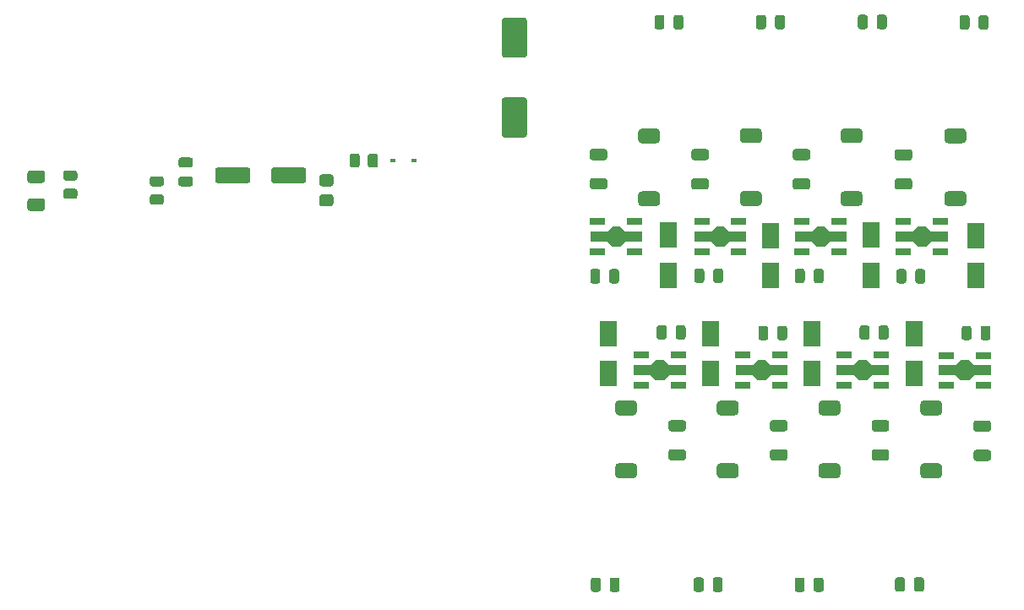
<source format=gtp>
G04 #@! TF.GenerationSoftware,KiCad,Pcbnew,5.1.12-84ad8e8a86~92~ubuntu20.04.1*
G04 #@! TF.CreationDate,2021-11-07T22:28:23+01:00*
G04 #@! TF.ProjectId,CC dimmer low voltage,43432064-696d-46d6-9572-206c6f772076,0.80*
G04 #@! TF.SameCoordinates,Original*
G04 #@! TF.FileFunction,Paste,Top*
G04 #@! TF.FilePolarity,Positive*
%FSLAX46Y46*%
G04 Gerber Fmt 4.6, Leading zero omitted, Abs format (unit mm)*
G04 Created by KiCad (PCBNEW 5.1.12-84ad8e8a86~92~ubuntu20.04.1) date 2021-11-07 22:28:23*
%MOMM*%
%LPD*%
G01*
G04 APERTURE LIST*
%ADD10R,1.800000X2.500000*%
%ADD11R,0.600000X0.450000*%
%ADD12C,0.150000*%
%ADD13R,1.500000X0.700000*%
G04 APERTURE END LIST*
G36*
G01*
X162882000Y-80010000D02*
X162882000Y-80960000D01*
G75*
G02*
X162632000Y-81210000I-250000J0D01*
G01*
X162132000Y-81210000D01*
G75*
G02*
X161882000Y-80960000I0J250000D01*
G01*
X161882000Y-80010000D01*
G75*
G02*
X162132000Y-79760000I250000J0D01*
G01*
X162632000Y-79760000D01*
G75*
G02*
X162882000Y-80010000I0J-250000D01*
G01*
G37*
G36*
G01*
X164782000Y-80010000D02*
X164782000Y-80960000D01*
G75*
G02*
X164532000Y-81210000I-250000J0D01*
G01*
X164032000Y-81210000D01*
G75*
G02*
X163782000Y-80960000I0J250000D01*
G01*
X163782000Y-80010000D01*
G75*
G02*
X164032000Y-79760000I250000J0D01*
G01*
X164532000Y-79760000D01*
G75*
G02*
X164782000Y-80010000I0J-250000D01*
G01*
G37*
G36*
G01*
X168322000Y-55490000D02*
X168322000Y-54540000D01*
G75*
G02*
X168572000Y-54290000I250000J0D01*
G01*
X169072000Y-54290000D01*
G75*
G02*
X169322000Y-54540000I0J-250000D01*
G01*
X169322000Y-55490000D01*
G75*
G02*
X169072000Y-55740000I-250000J0D01*
G01*
X168572000Y-55740000D01*
G75*
G02*
X168322000Y-55490000I0J250000D01*
G01*
G37*
G36*
G01*
X170222000Y-55490000D02*
X170222000Y-54540000D01*
G75*
G02*
X170472000Y-54290000I250000J0D01*
G01*
X170972000Y-54290000D01*
G75*
G02*
X171222000Y-54540000I0J-250000D01*
G01*
X171222000Y-55490000D01*
G75*
G02*
X170972000Y-55740000I-250000J0D01*
G01*
X170472000Y-55740000D01*
G75*
G02*
X170222000Y-55490000I0J250000D01*
G01*
G37*
G36*
G01*
X175212000Y-79960000D02*
X175212000Y-80910000D01*
G75*
G02*
X174962000Y-81160000I-250000J0D01*
G01*
X174462000Y-81160000D01*
G75*
G02*
X174212000Y-80910000I0J250000D01*
G01*
X174212000Y-79960000D01*
G75*
G02*
X174462000Y-79710000I250000J0D01*
G01*
X174962000Y-79710000D01*
G75*
G02*
X175212000Y-79960000I0J-250000D01*
G01*
G37*
G36*
G01*
X173312000Y-79960000D02*
X173312000Y-80910000D01*
G75*
G02*
X173062000Y-81160000I-250000J0D01*
G01*
X172562000Y-81160000D01*
G75*
G02*
X172312000Y-80910000I0J250000D01*
G01*
X172312000Y-79960000D01*
G75*
G02*
X172562000Y-79710000I250000J0D01*
G01*
X173062000Y-79710000D01*
G75*
G02*
X173312000Y-79960000I0J-250000D01*
G01*
G37*
G36*
G01*
X178492000Y-55490000D02*
X178492000Y-54540000D01*
G75*
G02*
X178742000Y-54290000I250000J0D01*
G01*
X179242000Y-54290000D01*
G75*
G02*
X179492000Y-54540000I0J-250000D01*
G01*
X179492000Y-55490000D01*
G75*
G02*
X179242000Y-55740000I-250000J0D01*
G01*
X178742000Y-55740000D01*
G75*
G02*
X178492000Y-55490000I0J250000D01*
G01*
G37*
G36*
G01*
X180392000Y-55490000D02*
X180392000Y-54540000D01*
G75*
G02*
X180642000Y-54290000I250000J0D01*
G01*
X181142000Y-54290000D01*
G75*
G02*
X181392000Y-54540000I0J-250000D01*
G01*
X181392000Y-55490000D01*
G75*
G02*
X181142000Y-55740000I-250000J0D01*
G01*
X180642000Y-55740000D01*
G75*
G02*
X180392000Y-55490000I0J250000D01*
G01*
G37*
G36*
G01*
X185282000Y-79980000D02*
X185282000Y-80930000D01*
G75*
G02*
X185032000Y-81180000I-250000J0D01*
G01*
X184532000Y-81180000D01*
G75*
G02*
X184282000Y-80930000I0J250000D01*
G01*
X184282000Y-79980000D01*
G75*
G02*
X184532000Y-79730000I250000J0D01*
G01*
X185032000Y-79730000D01*
G75*
G02*
X185282000Y-79980000I0J-250000D01*
G01*
G37*
G36*
G01*
X183382000Y-79980000D02*
X183382000Y-80930000D01*
G75*
G02*
X183132000Y-81180000I-250000J0D01*
G01*
X182632000Y-81180000D01*
G75*
G02*
X182382000Y-80930000I0J250000D01*
G01*
X182382000Y-79980000D01*
G75*
G02*
X182632000Y-79730000I250000J0D01*
G01*
X183132000Y-79730000D01*
G75*
G02*
X183382000Y-79980000I0J-250000D01*
G01*
G37*
G36*
G01*
X190592000Y-55470000D02*
X190592000Y-54520000D01*
G75*
G02*
X190842000Y-54270000I250000J0D01*
G01*
X191342000Y-54270000D01*
G75*
G02*
X191592000Y-54520000I0J-250000D01*
G01*
X191592000Y-55470000D01*
G75*
G02*
X191342000Y-55720000I-250000J0D01*
G01*
X190842000Y-55720000D01*
G75*
G02*
X190592000Y-55470000I0J250000D01*
G01*
G37*
G36*
G01*
X188692000Y-55470000D02*
X188692000Y-54520000D01*
G75*
G02*
X188942000Y-54270000I250000J0D01*
G01*
X189442000Y-54270000D01*
G75*
G02*
X189692000Y-54520000I0J-250000D01*
G01*
X189692000Y-55470000D01*
G75*
G02*
X189442000Y-55720000I-250000J0D01*
G01*
X188942000Y-55720000D01*
G75*
G02*
X188692000Y-55470000I0J250000D01*
G01*
G37*
G36*
G01*
X193562000Y-80010000D02*
X193562000Y-80960000D01*
G75*
G02*
X193312000Y-81210000I-250000J0D01*
G01*
X192812000Y-81210000D01*
G75*
G02*
X192562000Y-80960000I0J250000D01*
G01*
X192562000Y-80010000D01*
G75*
G02*
X192812000Y-79760000I250000J0D01*
G01*
X193312000Y-79760000D01*
G75*
G02*
X193562000Y-80010000I0J-250000D01*
G01*
G37*
G36*
G01*
X195462000Y-80010000D02*
X195462000Y-80960000D01*
G75*
G02*
X195212000Y-81210000I-250000J0D01*
G01*
X194712000Y-81210000D01*
G75*
G02*
X194462000Y-80960000I0J250000D01*
G01*
X194462000Y-80010000D01*
G75*
G02*
X194712000Y-79760000I250000J0D01*
G01*
X195212000Y-79760000D01*
G75*
G02*
X195462000Y-80010000I0J-250000D01*
G01*
G37*
G36*
G01*
X198892000Y-55520000D02*
X198892000Y-54570000D01*
G75*
G02*
X199142000Y-54320000I250000J0D01*
G01*
X199642000Y-54320000D01*
G75*
G02*
X199892000Y-54570000I0J-250000D01*
G01*
X199892000Y-55520000D01*
G75*
G02*
X199642000Y-55770000I-250000J0D01*
G01*
X199142000Y-55770000D01*
G75*
G02*
X198892000Y-55520000I0J250000D01*
G01*
G37*
G36*
G01*
X200792000Y-55520000D02*
X200792000Y-54570000D01*
G75*
G02*
X201042000Y-54320000I250000J0D01*
G01*
X201542000Y-54320000D01*
G75*
G02*
X201792000Y-54570000I0J-250000D01*
G01*
X201792000Y-55520000D01*
G75*
G02*
X201542000Y-55770000I-250000J0D01*
G01*
X201042000Y-55770000D01*
G75*
G02*
X200792000Y-55520000I0J250000D01*
G01*
G37*
G36*
G01*
X155282000Y-66575000D02*
X153282000Y-66575000D01*
G75*
G02*
X153032000Y-66325000I0J250000D01*
G01*
X153032000Y-62825000D01*
G75*
G02*
X153282000Y-62575000I250000J0D01*
G01*
X155282000Y-62575000D01*
G75*
G02*
X155532000Y-62825000I0J-250000D01*
G01*
X155532000Y-66325000D01*
G75*
G02*
X155282000Y-66575000I-250000J0D01*
G01*
G37*
G36*
G01*
X155282000Y-58575000D02*
X153282000Y-58575000D01*
G75*
G02*
X153032000Y-58325000I0J250000D01*
G01*
X153032000Y-54825000D01*
G75*
G02*
X153282000Y-54575000I250000J0D01*
G01*
X155282000Y-54575000D01*
G75*
G02*
X155532000Y-54825000I0J-250000D01*
G01*
X155532000Y-58325000D01*
G75*
G02*
X155282000Y-58575000I-250000J0D01*
G01*
G37*
G36*
G01*
X133407200Y-69811800D02*
X133407200Y-70911800D01*
G75*
G02*
X133157200Y-71161800I-250000J0D01*
G01*
X130157200Y-71161800D01*
G75*
G02*
X129907200Y-70911800I0J250000D01*
G01*
X129907200Y-69811800D01*
G75*
G02*
X130157200Y-69561800I250000J0D01*
G01*
X133157200Y-69561800D01*
G75*
G02*
X133407200Y-69811800I0J-250000D01*
G01*
G37*
G36*
G01*
X127807200Y-69811800D02*
X127807200Y-70911800D01*
G75*
G02*
X127557200Y-71161800I-250000J0D01*
G01*
X124557200Y-71161800D01*
G75*
G02*
X124307200Y-70911800I0J250000D01*
G01*
X124307200Y-69811800D01*
G75*
G02*
X124557200Y-69561800I250000J0D01*
G01*
X127557200Y-69561800D01*
G75*
G02*
X127807200Y-69811800I0J-250000D01*
G01*
G37*
G36*
G01*
X121813800Y-71481600D02*
X120863800Y-71481600D01*
G75*
G02*
X120613800Y-71231600I0J250000D01*
G01*
X120613800Y-70731600D01*
G75*
G02*
X120863800Y-70481600I250000J0D01*
G01*
X121813800Y-70481600D01*
G75*
G02*
X122063800Y-70731600I0J-250000D01*
G01*
X122063800Y-71231600D01*
G75*
G02*
X121813800Y-71481600I-250000J0D01*
G01*
G37*
G36*
G01*
X121813800Y-69581600D02*
X120863800Y-69581600D01*
G75*
G02*
X120613800Y-69331600I0J250000D01*
G01*
X120613800Y-68831600D01*
G75*
G02*
X120863800Y-68581600I250000J0D01*
G01*
X121813800Y-68581600D01*
G75*
G02*
X122063800Y-68831600I0J-250000D01*
G01*
X122063800Y-69331600D01*
G75*
G02*
X121813800Y-69581600I-250000J0D01*
G01*
G37*
D10*
X169682000Y-80365000D03*
X169682000Y-76365000D03*
X179952000Y-80385000D03*
X179952000Y-76385000D03*
X190022000Y-80375000D03*
X190022000Y-76375000D03*
X200492000Y-76405000D03*
X200492000Y-80405000D03*
D11*
X144207400Y-68888600D03*
X142107400Y-68888600D03*
G36*
G01*
X106977800Y-73936200D02*
X105727800Y-73936200D01*
G75*
G02*
X105477800Y-73686200I0J250000D01*
G01*
X105477800Y-72936200D01*
G75*
G02*
X105727800Y-72686200I250000J0D01*
G01*
X106977800Y-72686200D01*
G75*
G02*
X107227800Y-72936200I0J-250000D01*
G01*
X107227800Y-73686200D01*
G75*
G02*
X106977800Y-73936200I-250000J0D01*
G01*
G37*
G36*
G01*
X106977800Y-71136200D02*
X105727800Y-71136200D01*
G75*
G02*
X105477800Y-70886200I0J250000D01*
G01*
X105477800Y-70136200D01*
G75*
G02*
X105727800Y-69886200I250000J0D01*
G01*
X106977800Y-69886200D01*
G75*
G02*
X107227800Y-70136200I0J-250000D01*
G01*
X107227800Y-70886200D01*
G75*
G02*
X106977800Y-71136200I-250000J0D01*
G01*
G37*
G36*
G01*
X134985799Y-70276400D02*
X135885801Y-70276400D01*
G75*
G02*
X136135800Y-70526399I0J-249999D01*
G01*
X136135800Y-71226401D01*
G75*
G02*
X135885801Y-71476400I-249999J0D01*
G01*
X134985799Y-71476400D01*
G75*
G02*
X134735800Y-71226401I0J249999D01*
G01*
X134735800Y-70526399D01*
G75*
G02*
X134985799Y-70276400I249999J0D01*
G01*
G37*
G36*
G01*
X134985799Y-72276400D02*
X135885801Y-72276400D01*
G75*
G02*
X136135800Y-72526399I0J-249999D01*
G01*
X136135800Y-73226401D01*
G75*
G02*
X135885801Y-73476400I-249999J0D01*
G01*
X134985799Y-73476400D01*
G75*
G02*
X134735800Y-73226401I0J249999D01*
G01*
X134735800Y-72526399D01*
G75*
G02*
X134985799Y-72276400I249999J0D01*
G01*
G37*
G36*
G01*
X162086997Y-67720000D02*
X163337003Y-67720000D01*
G75*
G02*
X163587000Y-67969997I0J-249997D01*
G01*
X163587000Y-68595003D01*
G75*
G02*
X163337003Y-68845000I-249997J0D01*
G01*
X162086997Y-68845000D01*
G75*
G02*
X161837000Y-68595003I0J249997D01*
G01*
X161837000Y-67969997D01*
G75*
G02*
X162086997Y-67720000I249997J0D01*
G01*
G37*
G36*
G01*
X162086997Y-70645000D02*
X163337003Y-70645000D01*
G75*
G02*
X163587000Y-70894997I0J-249997D01*
G01*
X163587000Y-71520003D01*
G75*
G02*
X163337003Y-71770000I-249997J0D01*
G01*
X162086997Y-71770000D01*
G75*
G02*
X161837000Y-71520003I0J249997D01*
G01*
X161837000Y-70894997D01*
G75*
G02*
X162086997Y-70645000I249997J0D01*
G01*
G37*
G36*
G01*
X172256997Y-70655000D02*
X173507003Y-70655000D01*
G75*
G02*
X173757000Y-70904997I0J-249997D01*
G01*
X173757000Y-71530003D01*
G75*
G02*
X173507003Y-71780000I-249997J0D01*
G01*
X172256997Y-71780000D01*
G75*
G02*
X172007000Y-71530003I0J249997D01*
G01*
X172007000Y-70904997D01*
G75*
G02*
X172256997Y-70655000I249997J0D01*
G01*
G37*
G36*
G01*
X172256997Y-67730000D02*
X173507003Y-67730000D01*
G75*
G02*
X173757000Y-67979997I0J-249997D01*
G01*
X173757000Y-68605003D01*
G75*
G02*
X173507003Y-68855000I-249997J0D01*
G01*
X172256997Y-68855000D01*
G75*
G02*
X172007000Y-68605003I0J249997D01*
G01*
X172007000Y-67979997D01*
G75*
G02*
X172256997Y-67730000I249997J0D01*
G01*
G37*
G36*
G01*
X182416997Y-70655000D02*
X183667003Y-70655000D01*
G75*
G02*
X183917000Y-70904997I0J-249997D01*
G01*
X183917000Y-71530003D01*
G75*
G02*
X183667003Y-71780000I-249997J0D01*
G01*
X182416997Y-71780000D01*
G75*
G02*
X182167000Y-71530003I0J249997D01*
G01*
X182167000Y-70904997D01*
G75*
G02*
X182416997Y-70655000I249997J0D01*
G01*
G37*
G36*
G01*
X182416997Y-67730000D02*
X183667003Y-67730000D01*
G75*
G02*
X183917000Y-67979997I0J-249997D01*
G01*
X183917000Y-68605003D01*
G75*
G02*
X183667003Y-68855000I-249997J0D01*
G01*
X182416997Y-68855000D01*
G75*
G02*
X182167000Y-68605003I0J249997D01*
G01*
X182167000Y-67979997D01*
G75*
G02*
X182416997Y-67730000I249997J0D01*
G01*
G37*
G36*
G01*
X192646997Y-67750000D02*
X193897003Y-67750000D01*
G75*
G02*
X194147000Y-67999997I0J-249997D01*
G01*
X194147000Y-68625003D01*
G75*
G02*
X193897003Y-68875000I-249997J0D01*
G01*
X192646997Y-68875000D01*
G75*
G02*
X192397000Y-68625003I0J249997D01*
G01*
X192397000Y-67999997D01*
G75*
G02*
X192646997Y-67750000I249997J0D01*
G01*
G37*
G36*
G01*
X192646997Y-70675000D02*
X193897003Y-70675000D01*
G75*
G02*
X194147000Y-70924997I0J-249997D01*
G01*
X194147000Y-71550003D01*
G75*
G02*
X193897003Y-71800000I-249997J0D01*
G01*
X192646997Y-71800000D01*
G75*
G02*
X192397000Y-71550003I0J249997D01*
G01*
X192397000Y-70924997D01*
G75*
G02*
X192646997Y-70675000I249997J0D01*
G01*
G37*
G36*
G01*
X117993198Y-70460800D02*
X118893202Y-70460800D01*
G75*
G02*
X119143200Y-70710798I0J-249998D01*
G01*
X119143200Y-71235802D01*
G75*
G02*
X118893202Y-71485800I-249998J0D01*
G01*
X117993198Y-71485800D01*
G75*
G02*
X117743200Y-71235802I0J249998D01*
G01*
X117743200Y-70710798D01*
G75*
G02*
X117993198Y-70460800I249998J0D01*
G01*
G37*
G36*
G01*
X117993198Y-72285800D02*
X118893202Y-72285800D01*
G75*
G02*
X119143200Y-72535798I0J-249998D01*
G01*
X119143200Y-73060802D01*
G75*
G02*
X118893202Y-73310800I-249998J0D01*
G01*
X117993198Y-73310800D01*
G75*
G02*
X117743200Y-73060802I0J249998D01*
G01*
X117743200Y-72535798D01*
G75*
G02*
X117993198Y-72285800I249998J0D01*
G01*
G37*
G36*
G01*
X138795000Y-68438598D02*
X138795000Y-69338602D01*
G75*
G02*
X138545002Y-69588600I-249998J0D01*
G01*
X138019998Y-69588600D01*
G75*
G02*
X137770000Y-69338602I0J249998D01*
G01*
X137770000Y-68438598D01*
G75*
G02*
X138019998Y-68188600I249998J0D01*
G01*
X138545002Y-68188600D01*
G75*
G02*
X138795000Y-68438598I0J-249998D01*
G01*
G37*
G36*
G01*
X140620000Y-68438598D02*
X140620000Y-69338602D01*
G75*
G02*
X140370002Y-69588600I-249998J0D01*
G01*
X139844998Y-69588600D01*
G75*
G02*
X139595000Y-69338602I0J249998D01*
G01*
X139595000Y-68438598D01*
G75*
G02*
X139844998Y-68188600I249998J0D01*
G01*
X140370002Y-68188600D01*
G75*
G02*
X140620000Y-68438598I0J-249998D01*
G01*
G37*
G36*
G01*
X110231802Y-72726600D02*
X109331798Y-72726600D01*
G75*
G02*
X109081800Y-72476602I0J249998D01*
G01*
X109081800Y-71951598D01*
G75*
G02*
X109331798Y-71701600I249998J0D01*
G01*
X110231802Y-71701600D01*
G75*
G02*
X110481800Y-71951598I0J-249998D01*
G01*
X110481800Y-72476602D01*
G75*
G02*
X110231802Y-72726600I-249998J0D01*
G01*
G37*
G36*
G01*
X110231802Y-70901600D02*
X109331798Y-70901600D01*
G75*
G02*
X109081800Y-70651602I0J249998D01*
G01*
X109081800Y-70126598D01*
G75*
G02*
X109331798Y-69876600I249998J0D01*
G01*
X110231802Y-69876600D01*
G75*
G02*
X110481800Y-70126598I0J-249998D01*
G01*
X110481800Y-70651602D01*
G75*
G02*
X110231802Y-70901600I-249998J0D01*
G01*
G37*
D12*
G36*
X163582000Y-77015000D02*
G01*
X161882000Y-77015000D01*
X161882000Y-76015000D01*
X163582000Y-76015000D01*
X164082000Y-75515000D01*
X164882000Y-75515000D01*
X165382000Y-76015000D01*
X167082000Y-76015000D01*
X167082000Y-77015000D01*
X165382000Y-77015000D01*
X164882000Y-77515000D01*
X164082000Y-77515000D01*
X163582000Y-77015000D01*
G37*
D13*
X166332000Y-75015000D03*
X166332000Y-78015000D03*
X162632000Y-75015000D03*
X162632000Y-78015000D03*
D12*
G36*
X174012000Y-77015000D02*
G01*
X172312000Y-77015000D01*
X172312000Y-76015000D01*
X174012000Y-76015000D01*
X174512000Y-75515000D01*
X175312000Y-75515000D01*
X175812000Y-76015000D01*
X177512000Y-76015000D01*
X177512000Y-77015000D01*
X175812000Y-77015000D01*
X175312000Y-77515000D01*
X174512000Y-77515000D01*
X174012000Y-77015000D01*
G37*
D13*
X176762000Y-75015000D03*
X176762000Y-78015000D03*
X173062000Y-75015000D03*
X173062000Y-78015000D03*
D12*
G36*
X184072000Y-77005000D02*
G01*
X182372000Y-77005000D01*
X182372000Y-76005000D01*
X184072000Y-76005000D01*
X184572000Y-75505000D01*
X185372000Y-75505000D01*
X185872000Y-76005000D01*
X187572000Y-76005000D01*
X187572000Y-77005000D01*
X185872000Y-77005000D01*
X185372000Y-77505000D01*
X184572000Y-77505000D01*
X184072000Y-77005000D01*
G37*
D13*
X186822000Y-75005000D03*
X186822000Y-78005000D03*
X183122000Y-75005000D03*
X183122000Y-78005000D03*
D12*
G36*
X194222000Y-77005000D02*
G01*
X192522000Y-77005000D01*
X192522000Y-76005000D01*
X194222000Y-76005000D01*
X194722000Y-75505000D01*
X195522000Y-75505000D01*
X196022000Y-76005000D01*
X197722000Y-76005000D01*
X197722000Y-77005000D01*
X196022000Y-77005000D01*
X195522000Y-77505000D01*
X194722000Y-77505000D01*
X194222000Y-77005000D01*
G37*
D13*
X196972000Y-75005000D03*
X196972000Y-78005000D03*
X193272000Y-75005000D03*
X193272000Y-78005000D03*
G36*
G01*
X168507000Y-73465000D02*
X167057000Y-73465000D01*
G75*
G02*
X166682000Y-73090000I0J375000D01*
G01*
X166682000Y-72340000D01*
G75*
G02*
X167057000Y-71965000I375000J0D01*
G01*
X168507000Y-71965000D01*
G75*
G02*
X168882000Y-72340000I0J-375000D01*
G01*
X168882000Y-73090000D01*
G75*
G02*
X168507000Y-73465000I-375000J0D01*
G01*
G37*
G36*
G01*
X168507000Y-67165000D02*
X167057000Y-67165000D01*
G75*
G02*
X166682000Y-66790000I0J375000D01*
G01*
X166682000Y-66040000D01*
G75*
G02*
X167057000Y-65665000I375000J0D01*
G01*
X168507000Y-65665000D01*
G75*
G02*
X168882000Y-66040000I0J-375000D01*
G01*
X168882000Y-66790000D01*
G75*
G02*
X168507000Y-67165000I-375000J0D01*
G01*
G37*
G36*
G01*
X178707000Y-73445000D02*
X177257000Y-73445000D01*
G75*
G02*
X176882000Y-73070000I0J375000D01*
G01*
X176882000Y-72320000D01*
G75*
G02*
X177257000Y-71945000I375000J0D01*
G01*
X178707000Y-71945000D01*
G75*
G02*
X179082000Y-72320000I0J-375000D01*
G01*
X179082000Y-73070000D01*
G75*
G02*
X178707000Y-73445000I-375000J0D01*
G01*
G37*
G36*
G01*
X178707000Y-67145000D02*
X177257000Y-67145000D01*
G75*
G02*
X176882000Y-66770000I0J375000D01*
G01*
X176882000Y-66020000D01*
G75*
G02*
X177257000Y-65645000I375000J0D01*
G01*
X178707000Y-65645000D01*
G75*
G02*
X179082000Y-66020000I0J-375000D01*
G01*
X179082000Y-66770000D01*
G75*
G02*
X178707000Y-67145000I-375000J0D01*
G01*
G37*
G36*
G01*
X188797000Y-67145000D02*
X187347000Y-67145000D01*
G75*
G02*
X186972000Y-66770000I0J375000D01*
G01*
X186972000Y-66020000D01*
G75*
G02*
X187347000Y-65645000I375000J0D01*
G01*
X188797000Y-65645000D01*
G75*
G02*
X189172000Y-66020000I0J-375000D01*
G01*
X189172000Y-66770000D01*
G75*
G02*
X188797000Y-67145000I-375000J0D01*
G01*
G37*
G36*
G01*
X188797000Y-73445000D02*
X187347000Y-73445000D01*
G75*
G02*
X186972000Y-73070000I0J375000D01*
G01*
X186972000Y-72320000D01*
G75*
G02*
X187347000Y-71945000I375000J0D01*
G01*
X188797000Y-71945000D01*
G75*
G02*
X189172000Y-72320000I0J-375000D01*
G01*
X189172000Y-73070000D01*
G75*
G02*
X188797000Y-73445000I-375000J0D01*
G01*
G37*
G36*
G01*
X199187000Y-73455000D02*
X197737000Y-73455000D01*
G75*
G02*
X197362000Y-73080000I0J375000D01*
G01*
X197362000Y-72330000D01*
G75*
G02*
X197737000Y-71955000I375000J0D01*
G01*
X199187000Y-71955000D01*
G75*
G02*
X199562000Y-72330000I0J-375000D01*
G01*
X199562000Y-73080000D01*
G75*
G02*
X199187000Y-73455000I-375000J0D01*
G01*
G37*
G36*
G01*
X199187000Y-67155000D02*
X197737000Y-67155000D01*
G75*
G02*
X197362000Y-66780000I0J375000D01*
G01*
X197362000Y-66030000D01*
G75*
G02*
X197737000Y-65655000I375000J0D01*
G01*
X199187000Y-65655000D01*
G75*
G02*
X199562000Y-66030000I0J-375000D01*
G01*
X199562000Y-66780000D01*
G75*
G02*
X199187000Y-67155000I-375000J0D01*
G01*
G37*
G36*
G01*
X199092000Y-86640000D02*
X199092000Y-85690000D01*
G75*
G02*
X199342000Y-85440000I250000J0D01*
G01*
X199842000Y-85440000D01*
G75*
G02*
X200092000Y-85690000I0J-250000D01*
G01*
X200092000Y-86640000D01*
G75*
G02*
X199842000Y-86890000I-250000J0D01*
G01*
X199342000Y-86890000D01*
G75*
G02*
X199092000Y-86640000I0J250000D01*
G01*
G37*
G36*
G01*
X200992000Y-86640000D02*
X200992000Y-85690000D01*
G75*
G02*
X201242000Y-85440000I250000J0D01*
G01*
X201742000Y-85440000D01*
G75*
G02*
X201992000Y-85690000I0J-250000D01*
G01*
X201992000Y-86640000D01*
G75*
G02*
X201742000Y-86890000I-250000J0D01*
G01*
X201242000Y-86890000D01*
G75*
G02*
X200992000Y-86640000I0J250000D01*
G01*
G37*
G36*
G01*
X193422000Y-110890000D02*
X193422000Y-111840000D01*
G75*
G02*
X193172000Y-112090000I-250000J0D01*
G01*
X192672000Y-112090000D01*
G75*
G02*
X192422000Y-111840000I0J250000D01*
G01*
X192422000Y-110890000D01*
G75*
G02*
X192672000Y-110640000I250000J0D01*
G01*
X193172000Y-110640000D01*
G75*
G02*
X193422000Y-110890000I0J-250000D01*
G01*
G37*
G36*
G01*
X195322000Y-110890000D02*
X195322000Y-111840000D01*
G75*
G02*
X195072000Y-112090000I-250000J0D01*
G01*
X194572000Y-112090000D01*
G75*
G02*
X194322000Y-111840000I0J250000D01*
G01*
X194322000Y-110890000D01*
G75*
G02*
X194572000Y-110640000I250000J0D01*
G01*
X195072000Y-110640000D01*
G75*
G02*
X195322000Y-110890000I0J-250000D01*
G01*
G37*
G36*
G01*
X188872000Y-86600000D02*
X188872000Y-85650000D01*
G75*
G02*
X189122000Y-85400000I250000J0D01*
G01*
X189622000Y-85400000D01*
G75*
G02*
X189872000Y-85650000I0J-250000D01*
G01*
X189872000Y-86600000D01*
G75*
G02*
X189622000Y-86850000I-250000J0D01*
G01*
X189122000Y-86850000D01*
G75*
G02*
X188872000Y-86600000I0J250000D01*
G01*
G37*
G36*
G01*
X190772000Y-86600000D02*
X190772000Y-85650000D01*
G75*
G02*
X191022000Y-85400000I250000J0D01*
G01*
X191522000Y-85400000D01*
G75*
G02*
X191772000Y-85650000I0J-250000D01*
G01*
X191772000Y-86600000D01*
G75*
G02*
X191522000Y-86850000I-250000J0D01*
G01*
X191022000Y-86850000D01*
G75*
G02*
X190772000Y-86600000I0J250000D01*
G01*
G37*
G36*
G01*
X183372000Y-110920000D02*
X183372000Y-111870000D01*
G75*
G02*
X183122000Y-112120000I-250000J0D01*
G01*
X182622000Y-112120000D01*
G75*
G02*
X182372000Y-111870000I0J250000D01*
G01*
X182372000Y-110920000D01*
G75*
G02*
X182622000Y-110670000I250000J0D01*
G01*
X183122000Y-110670000D01*
G75*
G02*
X183372000Y-110920000I0J-250000D01*
G01*
G37*
G36*
G01*
X185272000Y-110920000D02*
X185272000Y-111870000D01*
G75*
G02*
X185022000Y-112120000I-250000J0D01*
G01*
X184522000Y-112120000D01*
G75*
G02*
X184272000Y-111870000I0J250000D01*
G01*
X184272000Y-110920000D01*
G75*
G02*
X184522000Y-110670000I250000J0D01*
G01*
X185022000Y-110670000D01*
G75*
G02*
X185272000Y-110920000I0J-250000D01*
G01*
G37*
G36*
G01*
X178722000Y-86640000D02*
X178722000Y-85690000D01*
G75*
G02*
X178972000Y-85440000I250000J0D01*
G01*
X179472000Y-85440000D01*
G75*
G02*
X179722000Y-85690000I0J-250000D01*
G01*
X179722000Y-86640000D01*
G75*
G02*
X179472000Y-86890000I-250000J0D01*
G01*
X178972000Y-86890000D01*
G75*
G02*
X178722000Y-86640000I0J250000D01*
G01*
G37*
G36*
G01*
X180622000Y-86640000D02*
X180622000Y-85690000D01*
G75*
G02*
X180872000Y-85440000I250000J0D01*
G01*
X181372000Y-85440000D01*
G75*
G02*
X181622000Y-85690000I0J-250000D01*
G01*
X181622000Y-86640000D01*
G75*
G02*
X181372000Y-86890000I-250000J0D01*
G01*
X180872000Y-86890000D01*
G75*
G02*
X180622000Y-86640000I0J250000D01*
G01*
G37*
G36*
G01*
X173252000Y-110910000D02*
X173252000Y-111860000D01*
G75*
G02*
X173002000Y-112110000I-250000J0D01*
G01*
X172502000Y-112110000D01*
G75*
G02*
X172252000Y-111860000I0J250000D01*
G01*
X172252000Y-110910000D01*
G75*
G02*
X172502000Y-110660000I250000J0D01*
G01*
X173002000Y-110660000D01*
G75*
G02*
X173252000Y-110910000I0J-250000D01*
G01*
G37*
G36*
G01*
X175152000Y-110910000D02*
X175152000Y-111860000D01*
G75*
G02*
X174902000Y-112110000I-250000J0D01*
G01*
X174402000Y-112110000D01*
G75*
G02*
X174152000Y-111860000I0J250000D01*
G01*
X174152000Y-110910000D01*
G75*
G02*
X174402000Y-110660000I250000J0D01*
G01*
X174902000Y-110660000D01*
G75*
G02*
X175152000Y-110910000I0J-250000D01*
G01*
G37*
G36*
G01*
X168542000Y-86580000D02*
X168542000Y-85630000D01*
G75*
G02*
X168792000Y-85380000I250000J0D01*
G01*
X169292000Y-85380000D01*
G75*
G02*
X169542000Y-85630000I0J-250000D01*
G01*
X169542000Y-86580000D01*
G75*
G02*
X169292000Y-86830000I-250000J0D01*
G01*
X168792000Y-86830000D01*
G75*
G02*
X168542000Y-86580000I0J250000D01*
G01*
G37*
G36*
G01*
X170442000Y-86580000D02*
X170442000Y-85630000D01*
G75*
G02*
X170692000Y-85380000I250000J0D01*
G01*
X171192000Y-85380000D01*
G75*
G02*
X171442000Y-85630000I0J-250000D01*
G01*
X171442000Y-86580000D01*
G75*
G02*
X171192000Y-86830000I-250000J0D01*
G01*
X170692000Y-86830000D01*
G75*
G02*
X170442000Y-86580000I0J250000D01*
G01*
G37*
G36*
G01*
X162932000Y-110920000D02*
X162932000Y-111870000D01*
G75*
G02*
X162682000Y-112120000I-250000J0D01*
G01*
X162182000Y-112120000D01*
G75*
G02*
X161932000Y-111870000I0J250000D01*
G01*
X161932000Y-110920000D01*
G75*
G02*
X162182000Y-110670000I250000J0D01*
G01*
X162682000Y-110670000D01*
G75*
G02*
X162932000Y-110920000I0J-250000D01*
G01*
G37*
G36*
G01*
X164832000Y-110920000D02*
X164832000Y-111870000D01*
G75*
G02*
X164582000Y-112120000I-250000J0D01*
G01*
X164082000Y-112120000D01*
G75*
G02*
X163832000Y-111870000I0J250000D01*
G01*
X163832000Y-110920000D01*
G75*
G02*
X164082000Y-110670000I250000J0D01*
G01*
X164582000Y-110670000D01*
G75*
G02*
X164832000Y-110920000I0J-250000D01*
G01*
G37*
D10*
X194312000Y-90225000D03*
X194312000Y-86225000D03*
X184122000Y-90255000D03*
X184122000Y-86255000D03*
X173942000Y-86255000D03*
X173942000Y-90255000D03*
X163652000Y-86235000D03*
X163652000Y-90235000D03*
G36*
G01*
X195327000Y-92925000D02*
X196777000Y-92925000D01*
G75*
G02*
X197152000Y-93300000I0J-375000D01*
G01*
X197152000Y-94050000D01*
G75*
G02*
X196777000Y-94425000I-375000J0D01*
G01*
X195327000Y-94425000D01*
G75*
G02*
X194952000Y-94050000I0J375000D01*
G01*
X194952000Y-93300000D01*
G75*
G02*
X195327000Y-92925000I375000J0D01*
G01*
G37*
G36*
G01*
X195327000Y-99225000D02*
X196777000Y-99225000D01*
G75*
G02*
X197152000Y-99600000I0J-375000D01*
G01*
X197152000Y-100350000D01*
G75*
G02*
X196777000Y-100725000I-375000J0D01*
G01*
X195327000Y-100725000D01*
G75*
G02*
X194952000Y-100350000I0J375000D01*
G01*
X194952000Y-99600000D01*
G75*
G02*
X195327000Y-99225000I375000J0D01*
G01*
G37*
G36*
G01*
X185127000Y-99225000D02*
X186577000Y-99225000D01*
G75*
G02*
X186952000Y-99600000I0J-375000D01*
G01*
X186952000Y-100350000D01*
G75*
G02*
X186577000Y-100725000I-375000J0D01*
G01*
X185127000Y-100725000D01*
G75*
G02*
X184752000Y-100350000I0J375000D01*
G01*
X184752000Y-99600000D01*
G75*
G02*
X185127000Y-99225000I375000J0D01*
G01*
G37*
G36*
G01*
X185127000Y-92925000D02*
X186577000Y-92925000D01*
G75*
G02*
X186952000Y-93300000I0J-375000D01*
G01*
X186952000Y-94050000D01*
G75*
G02*
X186577000Y-94425000I-375000J0D01*
G01*
X185127000Y-94425000D01*
G75*
G02*
X184752000Y-94050000I0J375000D01*
G01*
X184752000Y-93300000D01*
G75*
G02*
X185127000Y-92925000I375000J0D01*
G01*
G37*
G36*
G01*
X174937000Y-92925000D02*
X176387000Y-92925000D01*
G75*
G02*
X176762000Y-93300000I0J-375000D01*
G01*
X176762000Y-94050000D01*
G75*
G02*
X176387000Y-94425000I-375000J0D01*
G01*
X174937000Y-94425000D01*
G75*
G02*
X174562000Y-94050000I0J375000D01*
G01*
X174562000Y-93300000D01*
G75*
G02*
X174937000Y-92925000I375000J0D01*
G01*
G37*
G36*
G01*
X174937000Y-99225000D02*
X176387000Y-99225000D01*
G75*
G02*
X176762000Y-99600000I0J-375000D01*
G01*
X176762000Y-100350000D01*
G75*
G02*
X176387000Y-100725000I-375000J0D01*
G01*
X174937000Y-100725000D01*
G75*
G02*
X174562000Y-100350000I0J375000D01*
G01*
X174562000Y-99600000D01*
G75*
G02*
X174937000Y-99225000I375000J0D01*
G01*
G37*
G36*
G01*
X164747000Y-99215000D02*
X166197000Y-99215000D01*
G75*
G02*
X166572000Y-99590000I0J-375000D01*
G01*
X166572000Y-100340000D01*
G75*
G02*
X166197000Y-100715000I-375000J0D01*
G01*
X164747000Y-100715000D01*
G75*
G02*
X164372000Y-100340000I0J375000D01*
G01*
X164372000Y-99590000D01*
G75*
G02*
X164747000Y-99215000I375000J0D01*
G01*
G37*
G36*
G01*
X164747000Y-92915000D02*
X166197000Y-92915000D01*
G75*
G02*
X166572000Y-93290000I0J-375000D01*
G01*
X166572000Y-94040000D01*
G75*
G02*
X166197000Y-94415000I-375000J0D01*
G01*
X164747000Y-94415000D01*
G75*
G02*
X164372000Y-94040000I0J375000D01*
G01*
X164372000Y-93290000D01*
G75*
G02*
X164747000Y-92915000I375000J0D01*
G01*
G37*
G36*
G01*
X201787001Y-98990000D02*
X200536999Y-98990000D01*
G75*
G02*
X200287000Y-98740001I0J249999D01*
G01*
X200287000Y-98114999D01*
G75*
G02*
X200536999Y-97865000I249999J0D01*
G01*
X201787001Y-97865000D01*
G75*
G02*
X202037000Y-98114999I0J-249999D01*
G01*
X202037000Y-98740001D01*
G75*
G02*
X201787001Y-98990000I-249999J0D01*
G01*
G37*
G36*
G01*
X201787001Y-96065000D02*
X200536999Y-96065000D01*
G75*
G02*
X200287000Y-95815001I0J249999D01*
G01*
X200287000Y-95189999D01*
G75*
G02*
X200536999Y-94940000I249999J0D01*
G01*
X201787001Y-94940000D01*
G75*
G02*
X202037000Y-95189999I0J-249999D01*
G01*
X202037000Y-95815001D01*
G75*
G02*
X201787001Y-96065000I-249999J0D01*
G01*
G37*
G36*
G01*
X191587001Y-96025000D02*
X190336999Y-96025000D01*
G75*
G02*
X190087000Y-95775001I0J249999D01*
G01*
X190087000Y-95149999D01*
G75*
G02*
X190336999Y-94900000I249999J0D01*
G01*
X191587001Y-94900000D01*
G75*
G02*
X191837000Y-95149999I0J-249999D01*
G01*
X191837000Y-95775001D01*
G75*
G02*
X191587001Y-96025000I-249999J0D01*
G01*
G37*
G36*
G01*
X191587001Y-98950000D02*
X190336999Y-98950000D01*
G75*
G02*
X190087000Y-98700001I0J249999D01*
G01*
X190087000Y-98074999D01*
G75*
G02*
X190336999Y-97825000I249999J0D01*
G01*
X191587001Y-97825000D01*
G75*
G02*
X191837000Y-98074999I0J-249999D01*
G01*
X191837000Y-98700001D01*
G75*
G02*
X191587001Y-98950000I-249999J0D01*
G01*
G37*
G36*
G01*
X181397001Y-96025000D02*
X180146999Y-96025000D01*
G75*
G02*
X179897000Y-95775001I0J249999D01*
G01*
X179897000Y-95149999D01*
G75*
G02*
X180146999Y-94900000I249999J0D01*
G01*
X181397001Y-94900000D01*
G75*
G02*
X181647000Y-95149999I0J-249999D01*
G01*
X181647000Y-95775001D01*
G75*
G02*
X181397001Y-96025000I-249999J0D01*
G01*
G37*
G36*
G01*
X181397001Y-98950000D02*
X180146999Y-98950000D01*
G75*
G02*
X179897000Y-98700001I0J249999D01*
G01*
X179897000Y-98074999D01*
G75*
G02*
X180146999Y-97825000I249999J0D01*
G01*
X181397001Y-97825000D01*
G75*
G02*
X181647000Y-98074999I0J-249999D01*
G01*
X181647000Y-98700001D01*
G75*
G02*
X181397001Y-98950000I-249999J0D01*
G01*
G37*
G36*
G01*
X171217001Y-98950000D02*
X169966999Y-98950000D01*
G75*
G02*
X169717000Y-98700001I0J249999D01*
G01*
X169717000Y-98074999D01*
G75*
G02*
X169966999Y-97825000I249999J0D01*
G01*
X171217001Y-97825000D01*
G75*
G02*
X171467000Y-98074999I0J-249999D01*
G01*
X171467000Y-98700001D01*
G75*
G02*
X171217001Y-98950000I-249999J0D01*
G01*
G37*
G36*
G01*
X171217001Y-96025000D02*
X169966999Y-96025000D01*
G75*
G02*
X169717000Y-95775001I0J249999D01*
G01*
X169717000Y-95149999D01*
G75*
G02*
X169966999Y-94900000I249999J0D01*
G01*
X171217001Y-94900000D01*
G75*
G02*
X171467000Y-95149999I0J-249999D01*
G01*
X171467000Y-95775001D01*
G75*
G02*
X171217001Y-96025000I-249999J0D01*
G01*
G37*
D13*
X201272000Y-88405000D03*
X201272000Y-91405000D03*
X197572000Y-88405000D03*
X197572000Y-91405000D03*
D12*
G36*
X200322000Y-89405000D02*
G01*
X202022000Y-89405000D01*
X202022000Y-90405000D01*
X200322000Y-90405000D01*
X199822000Y-90905000D01*
X199022000Y-90905000D01*
X198522000Y-90405000D01*
X196822000Y-90405000D01*
X196822000Y-89405000D01*
X198522000Y-89405000D01*
X199022000Y-88905000D01*
X199822000Y-88905000D01*
X200322000Y-89405000D01*
G37*
G36*
X190092000Y-89385000D02*
G01*
X191792000Y-89385000D01*
X191792000Y-90385000D01*
X190092000Y-90385000D01*
X189592000Y-90885000D01*
X188792000Y-90885000D01*
X188292000Y-90385000D01*
X186592000Y-90385000D01*
X186592000Y-89385000D01*
X188292000Y-89385000D01*
X188792000Y-88885000D01*
X189592000Y-88885000D01*
X190092000Y-89385000D01*
G37*
D13*
X187342000Y-91385000D03*
X187342000Y-88385000D03*
X191042000Y-91385000D03*
X191042000Y-88385000D03*
X180892000Y-88385000D03*
X180892000Y-91385000D03*
X177192000Y-88385000D03*
X177192000Y-91385000D03*
D12*
G36*
X179942000Y-89385000D02*
G01*
X181642000Y-89385000D01*
X181642000Y-90385000D01*
X179942000Y-90385000D01*
X179442000Y-90885000D01*
X178642000Y-90885000D01*
X178142000Y-90385000D01*
X176442000Y-90385000D01*
X176442000Y-89385000D01*
X178142000Y-89385000D01*
X178642000Y-88885000D01*
X179442000Y-88885000D01*
X179942000Y-89385000D01*
G37*
G36*
X169752000Y-89365000D02*
G01*
X171452000Y-89365000D01*
X171452000Y-90365000D01*
X169752000Y-90365000D01*
X169252000Y-90865000D01*
X168452000Y-90865000D01*
X167952000Y-90365000D01*
X166252000Y-90365000D01*
X166252000Y-89365000D01*
X167952000Y-89365000D01*
X168452000Y-88865000D01*
X169252000Y-88865000D01*
X169752000Y-89365000D01*
G37*
D13*
X167002000Y-91365000D03*
X167002000Y-88365000D03*
X170702000Y-91365000D03*
X170702000Y-88365000D03*
M02*

</source>
